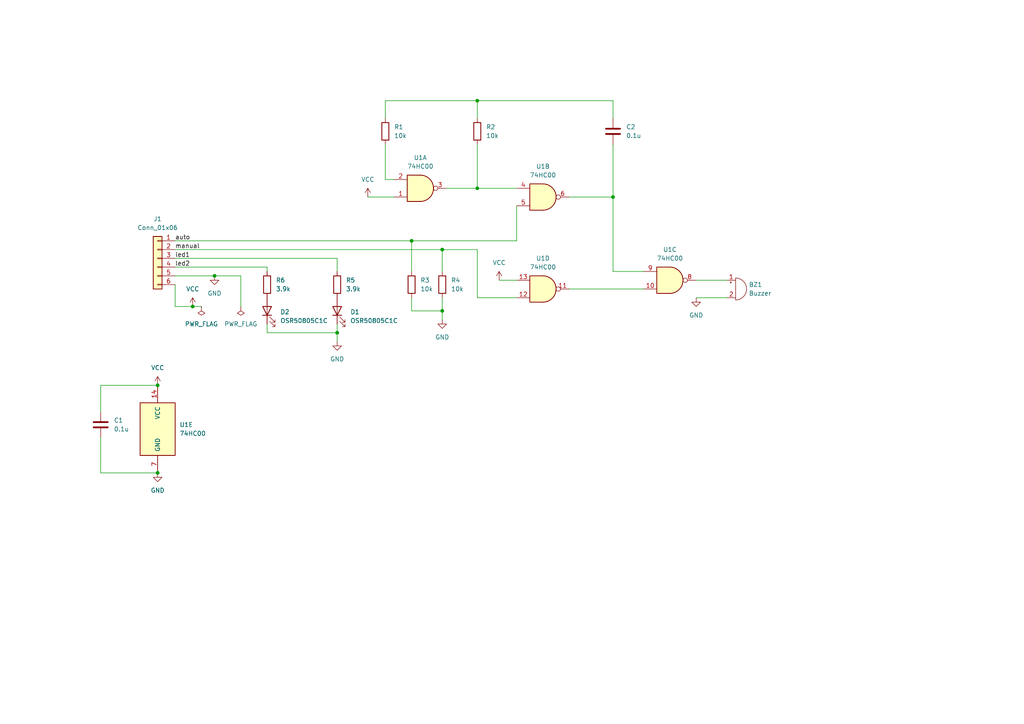
<source format=kicad_sch>
(kicad_sch (version 20211123) (generator eeschema)

  (uuid e63e39d7-6ac0-4ffd-8aa3-1841a4541b55)

  (paper "A4")

  (lib_symbols
    (symbol "74xx:74HC00" (pin_names (offset 1.016)) (in_bom yes) (on_board yes)
      (property "Reference" "U" (id 0) (at 0 1.27 0)
        (effects (font (size 1.27 1.27)))
      )
      (property "Value" "74HC00" (id 1) (at 0 -1.27 0)
        (effects (font (size 1.27 1.27)))
      )
      (property "Footprint" "" (id 2) (at 0 0 0)
        (effects (font (size 1.27 1.27)) hide)
      )
      (property "Datasheet" "http://www.ti.com/lit/gpn/sn74hc00" (id 3) (at 0 0 0)
        (effects (font (size 1.27 1.27)) hide)
      )
      (property "ki_locked" "" (id 4) (at 0 0 0)
        (effects (font (size 1.27 1.27)))
      )
      (property "ki_keywords" "HCMOS nand 2-input" (id 5) (at 0 0 0)
        (effects (font (size 1.27 1.27)) hide)
      )
      (property "ki_description" "quad 2-input NAND gate" (id 6) (at 0 0 0)
        (effects (font (size 1.27 1.27)) hide)
      )
      (property "ki_fp_filters" "DIP*W7.62mm* SO14*" (id 7) (at 0 0 0)
        (effects (font (size 1.27 1.27)) hide)
      )
      (symbol "74HC00_1_1"
        (arc (start 0 -3.81) (mid 3.81 0) (end 0 3.81)
          (stroke (width 0.254) (type default) (color 0 0 0 0))
          (fill (type background))
        )
        (polyline
          (pts
            (xy 0 3.81)
            (xy -3.81 3.81)
            (xy -3.81 -3.81)
            (xy 0 -3.81)
          )
          (stroke (width 0.254) (type default) (color 0 0 0 0))
          (fill (type background))
        )
        (pin input line (at -7.62 2.54 0) (length 3.81)
          (name "~" (effects (font (size 1.27 1.27))))
          (number "1" (effects (font (size 1.27 1.27))))
        )
        (pin input line (at -7.62 -2.54 0) (length 3.81)
          (name "~" (effects (font (size 1.27 1.27))))
          (number "2" (effects (font (size 1.27 1.27))))
        )
        (pin output inverted (at 7.62 0 180) (length 3.81)
          (name "~" (effects (font (size 1.27 1.27))))
          (number "3" (effects (font (size 1.27 1.27))))
        )
      )
      (symbol "74HC00_1_2"
        (arc (start -3.81 -3.81) (mid -2.589 0) (end -3.81 3.81)
          (stroke (width 0.254) (type default) (color 0 0 0 0))
          (fill (type none))
        )
        (arc (start -0.6096 -3.81) (mid 2.1855 -2.584) (end 3.81 0)
          (stroke (width 0.254) (type default) (color 0 0 0 0))
          (fill (type background))
        )
        (polyline
          (pts
            (xy -3.81 -3.81)
            (xy -0.635 -3.81)
          )
          (stroke (width 0.254) (type default) (color 0 0 0 0))
          (fill (type background))
        )
        (polyline
          (pts
            (xy -3.81 3.81)
            (xy -0.635 3.81)
          )
          (stroke (width 0.254) (type default) (color 0 0 0 0))
          (fill (type background))
        )
        (polyline
          (pts
            (xy -0.635 3.81)
            (xy -3.81 3.81)
            (xy -3.81 3.81)
            (xy -3.556 3.4036)
            (xy -3.0226 2.2606)
            (xy -2.6924 1.0414)
            (xy -2.6162 -0.254)
            (xy -2.7686 -1.4986)
            (xy -3.175 -2.7178)
            (xy -3.81 -3.81)
            (xy -3.81 -3.81)
            (xy -0.635 -3.81)
          )
          (stroke (width -25.4) (type default) (color 0 0 0 0))
          (fill (type background))
        )
        (arc (start 3.81 0) (mid 2.1928 2.5925) (end -0.6096 3.81)
          (stroke (width 0.254) (type default) (color 0 0 0 0))
          (fill (type background))
        )
        (pin input inverted (at -7.62 2.54 0) (length 4.318)
          (name "~" (effects (font (size 1.27 1.27))))
          (number "1" (effects (font (size 1.27 1.27))))
        )
        (pin input inverted (at -7.62 -2.54 0) (length 4.318)
          (name "~" (effects (font (size 1.27 1.27))))
          (number "2" (effects (font (size 1.27 1.27))))
        )
        (pin output line (at 7.62 0 180) (length 3.81)
          (name "~" (effects (font (size 1.27 1.27))))
          (number "3" (effects (font (size 1.27 1.27))))
        )
      )
      (symbol "74HC00_2_1"
        (arc (start 0 -3.81) (mid 3.81 0) (end 0 3.81)
          (stroke (width 0.254) (type default) (color 0 0 0 0))
          (fill (type background))
        )
        (polyline
          (pts
            (xy 0 3.81)
            (xy -3.81 3.81)
            (xy -3.81 -3.81)
            (xy 0 -3.81)
          )
          (stroke (width 0.254) (type default) (color 0 0 0 0))
          (fill (type background))
        )
        (pin input line (at -7.62 2.54 0) (length 3.81)
          (name "~" (effects (font (size 1.27 1.27))))
          (number "4" (effects (font (size 1.27 1.27))))
        )
        (pin input line (at -7.62 -2.54 0) (length 3.81)
          (name "~" (effects (font (size 1.27 1.27))))
          (number "5" (effects (font (size 1.27 1.27))))
        )
        (pin output inverted (at 7.62 0 180) (length 3.81)
          (name "~" (effects (font (size 1.27 1.27))))
          (number "6" (effects (font (size 1.27 1.27))))
        )
      )
      (symbol "74HC00_2_2"
        (arc (start -3.81 -3.81) (mid -2.589 0) (end -3.81 3.81)
          (stroke (width 0.254) (type default) (color 0 0 0 0))
          (fill (type none))
        )
        (arc (start -0.6096 -3.81) (mid 2.1855 -2.584) (end 3.81 0)
          (stroke (width 0.254) (type default) (color 0 0 0 0))
          (fill (type background))
        )
        (polyline
          (pts
            (xy -3.81 -3.81)
            (xy -0.635 -3.81)
          )
          (stroke (width 0.254) (type default) (color 0 0 0 0))
          (fill (type background))
        )
        (polyline
          (pts
            (xy -3.81 3.81)
            (xy -0.635 3.81)
          )
          (stroke (width 0.254) (type default) (color 0 0 0 0))
          (fill (type background))
        )
        (polyline
          (pts
            (xy -0.635 3.81)
            (xy -3.81 3.81)
            (xy -3.81 3.81)
            (xy -3.556 3.4036)
            (xy -3.0226 2.2606)
            (xy -2.6924 1.0414)
            (xy -2.6162 -0.254)
            (xy -2.7686 -1.4986)
            (xy -3.175 -2.7178)
            (xy -3.81 -3.81)
            (xy -3.81 -3.81)
            (xy -0.635 -3.81)
          )
          (stroke (width -25.4) (type default) (color 0 0 0 0))
          (fill (type background))
        )
        (arc (start 3.81 0) (mid 2.1928 2.5925) (end -0.6096 3.81)
          (stroke (width 0.254) (type default) (color 0 0 0 0))
          (fill (type background))
        )
        (pin input inverted (at -7.62 2.54 0) (length 4.318)
          (name "~" (effects (font (size 1.27 1.27))))
          (number "4" (effects (font (size 1.27 1.27))))
        )
        (pin input inverted (at -7.62 -2.54 0) (length 4.318)
          (name "~" (effects (font (size 1.27 1.27))))
          (number "5" (effects (font (size 1.27 1.27))))
        )
        (pin output line (at 7.62 0 180) (length 3.81)
          (name "~" (effects (font (size 1.27 1.27))))
          (number "6" (effects (font (size 1.27 1.27))))
        )
      )
      (symbol "74HC00_3_1"
        (arc (start 0 -3.81) (mid 3.81 0) (end 0 3.81)
          (stroke (width 0.254) (type default) (color 0 0 0 0))
          (fill (type background))
        )
        (polyline
          (pts
            (xy 0 3.81)
            (xy -3.81 3.81)
            (xy -3.81 -3.81)
            (xy 0 -3.81)
          )
          (stroke (width 0.254) (type default) (color 0 0 0 0))
          (fill (type background))
        )
        (pin input line (at -7.62 -2.54 0) (length 3.81)
          (name "~" (effects (font (size 1.27 1.27))))
          (number "10" (effects (font (size 1.27 1.27))))
        )
        (pin output inverted (at 7.62 0 180) (length 3.81)
          (name "~" (effects (font (size 1.27 1.27))))
          (number "8" (effects (font (size 1.27 1.27))))
        )
        (pin input line (at -7.62 2.54 0) (length 3.81)
          (name "~" (effects (font (size 1.27 1.27))))
          (number "9" (effects (font (size 1.27 1.27))))
        )
      )
      (symbol "74HC00_3_2"
        (arc (start -3.81 -3.81) (mid -2.589 0) (end -3.81 3.81)
          (stroke (width 0.254) (type default) (color 0 0 0 0))
          (fill (type none))
        )
        (arc (start -0.6096 -3.81) (mid 2.1855 -2.584) (end 3.81 0)
          (stroke (width 0.254) (type default) (color 0 0 0 0))
          (fill (type background))
        )
        (polyline
          (pts
            (xy -3.81 -3.81)
            (xy -0.635 -3.81)
          )
          (stroke (width 0.254) (type default) (color 0 0 0 0))
          (fill (type background))
        )
        (polyline
          (pts
            (xy -3.81 3.81)
            (xy -0.635 3.81)
          )
          (stroke (width 0.254) (type default) (color 0 0 0 0))
          (fill (type background))
        )
        (polyline
          (pts
            (xy -0.635 3.81)
            (xy -3.81 3.81)
            (xy -3.81 3.81)
            (xy -3.556 3.4036)
            (xy -3.0226 2.2606)
            (xy -2.6924 1.0414)
            (xy -2.6162 -0.254)
            (xy -2.7686 -1.4986)
            (xy -3.175 -2.7178)
            (xy -3.81 -3.81)
            (xy -3.81 -3.81)
            (xy -0.635 -3.81)
          )
          (stroke (width -25.4) (type default) (color 0 0 0 0))
          (fill (type background))
        )
        (arc (start 3.81 0) (mid 2.1928 2.5925) (end -0.6096 3.81)
          (stroke (width 0.254) (type default) (color 0 0 0 0))
          (fill (type background))
        )
        (pin input inverted (at -7.62 -2.54 0) (length 4.318)
          (name "~" (effects (font (size 1.27 1.27))))
          (number "10" (effects (font (size 1.27 1.27))))
        )
        (pin output line (at 7.62 0 180) (length 3.81)
          (name "~" (effects (font (size 1.27 1.27))))
          (number "8" (effects (font (size 1.27 1.27))))
        )
        (pin input inverted (at -7.62 2.54 0) (length 4.318)
          (name "~" (effects (font (size 1.27 1.27))))
          (number "9" (effects (font (size 1.27 1.27))))
        )
      )
      (symbol "74HC00_4_1"
        (arc (start 0 -3.81) (mid 3.81 0) (end 0 3.81)
          (stroke (width 0.254) (type default) (color 0 0 0 0))
          (fill (type background))
        )
        (polyline
          (pts
            (xy 0 3.81)
            (xy -3.81 3.81)
            (xy -3.81 -3.81)
            (xy 0 -3.81)
          )
          (stroke (width 0.254) (type default) (color 0 0 0 0))
          (fill (type background))
        )
        (pin output inverted (at 7.62 0 180) (length 3.81)
          (name "~" (effects (font (size 1.27 1.27))))
          (number "11" (effects (font (size 1.27 1.27))))
        )
        (pin input line (at -7.62 2.54 0) (length 3.81)
          (name "~" (effects (font (size 1.27 1.27))))
          (number "12" (effects (font (size 1.27 1.27))))
        )
        (pin input line (at -7.62 -2.54 0) (length 3.81)
          (name "~" (effects (font (size 1.27 1.27))))
          (number "13" (effects (font (size 1.27 1.27))))
        )
      )
      (symbol "74HC00_4_2"
        (arc (start -3.81 -3.81) (mid -2.589 0) (end -3.81 3.81)
          (stroke (width 0.254) (type default) (color 0 0 0 0))
          (fill (type none))
        )
        (arc (start -0.6096 -3.81) (mid 2.1855 -2.584) (end 3.81 0)
          (stroke (width 0.254) (type default) (color 0 0 0 0))
          (fill (type background))
        )
        (polyline
          (pts
            (xy -3.81 -3.81)
            (xy -0.635 -3.81)
          )
          (stroke (width 0.254) (type default) (color 0 0 0 0))
          (fill (type background))
        )
        (polyline
          (pts
            (xy -3.81 3.81)
            (xy -0.635 3.81)
          )
          (stroke (width 0.254) (type default) (color 0 0 0 0))
          (fill (type background))
        )
        (polyline
          (pts
            (xy -0.635 3.81)
            (xy -3.81 3.81)
            (xy -3.81 3.81)
            (xy -3.556 3.4036)
            (xy -3.0226 2.2606)
            (xy -2.6924 1.0414)
            (xy -2.6162 -0.254)
            (xy -2.7686 -1.4986)
            (xy -3.175 -2.7178)
            (xy -3.81 -3.81)
            (xy -3.81 -3.81)
            (xy -0.635 -3.81)
          )
          (stroke (width -25.4) (type default) (color 0 0 0 0))
          (fill (type background))
        )
        (arc (start 3.81 0) (mid 2.1928 2.5925) (end -0.6096 3.81)
          (stroke (width 0.254) (type default) (color 0 0 0 0))
          (fill (type background))
        )
        (pin output line (at 7.62 0 180) (length 3.81)
          (name "~" (effects (font (size 1.27 1.27))))
          (number "11" (effects (font (size 1.27 1.27))))
        )
        (pin input inverted (at -7.62 2.54 0) (length 4.318)
          (name "~" (effects (font (size 1.27 1.27))))
          (number "12" (effects (font (size 1.27 1.27))))
        )
        (pin input inverted (at -7.62 -2.54 0) (length 4.318)
          (name "~" (effects (font (size 1.27 1.27))))
          (number "13" (effects (font (size 1.27 1.27))))
        )
      )
      (symbol "74HC00_5_0"
        (pin power_in line (at 0 12.7 270) (length 5.08)
          (name "VCC" (effects (font (size 1.27 1.27))))
          (number "14" (effects (font (size 1.27 1.27))))
        )
        (pin power_in line (at 0 -12.7 90) (length 5.08)
          (name "GND" (effects (font (size 1.27 1.27))))
          (number "7" (effects (font (size 1.27 1.27))))
        )
      )
      (symbol "74HC00_5_1"
        (rectangle (start -5.08 7.62) (end 5.08 -7.62)
          (stroke (width 0.254) (type default) (color 0 0 0 0))
          (fill (type background))
        )
      )
    )
    (symbol "Connector_Generic:Conn_01x06" (pin_names (offset 1.016) hide) (in_bom yes) (on_board yes)
      (property "Reference" "J" (id 0) (at 0 7.62 0)
        (effects (font (size 1.27 1.27)))
      )
      (property "Value" "Conn_01x06" (id 1) (at 0 -10.16 0)
        (effects (font (size 1.27 1.27)))
      )
      (property "Footprint" "" (id 2) (at 0 0 0)
        (effects (font (size 1.27 1.27)) hide)
      )
      (property "Datasheet" "~" (id 3) (at 0 0 0)
        (effects (font (size 1.27 1.27)) hide)
      )
      (property "ki_keywords" "connector" (id 4) (at 0 0 0)
        (effects (font (size 1.27 1.27)) hide)
      )
      (property "ki_description" "Generic connector, single row, 01x06, script generated (kicad-library-utils/schlib/autogen/connector/)" (id 5) (at 0 0 0)
        (effects (font (size 1.27 1.27)) hide)
      )
      (property "ki_fp_filters" "Connector*:*_1x??_*" (id 6) (at 0 0 0)
        (effects (font (size 1.27 1.27)) hide)
      )
      (symbol "Conn_01x06_1_1"
        (rectangle (start -1.27 -7.493) (end 0 -7.747)
          (stroke (width 0.1524) (type default) (color 0 0 0 0))
          (fill (type none))
        )
        (rectangle (start -1.27 -4.953) (end 0 -5.207)
          (stroke (width 0.1524) (type default) (color 0 0 0 0))
          (fill (type none))
        )
        (rectangle (start -1.27 -2.413) (end 0 -2.667)
          (stroke (width 0.1524) (type default) (color 0 0 0 0))
          (fill (type none))
        )
        (rectangle (start -1.27 0.127) (end 0 -0.127)
          (stroke (width 0.1524) (type default) (color 0 0 0 0))
          (fill (type none))
        )
        (rectangle (start -1.27 2.667) (end 0 2.413)
          (stroke (width 0.1524) (type default) (color 0 0 0 0))
          (fill (type none))
        )
        (rectangle (start -1.27 5.207) (end 0 4.953)
          (stroke (width 0.1524) (type default) (color 0 0 0 0))
          (fill (type none))
        )
        (rectangle (start -1.27 6.35) (end 1.27 -8.89)
          (stroke (width 0.254) (type default) (color 0 0 0 0))
          (fill (type background))
        )
        (pin passive line (at -5.08 5.08 0) (length 3.81)
          (name "Pin_1" (effects (font (size 1.27 1.27))))
          (number "1" (effects (font (size 1.27 1.27))))
        )
        (pin passive line (at -5.08 2.54 0) (length 3.81)
          (name "Pin_2" (effects (font (size 1.27 1.27))))
          (number "2" (effects (font (size 1.27 1.27))))
        )
        (pin passive line (at -5.08 0 0) (length 3.81)
          (name "Pin_3" (effects (font (size 1.27 1.27))))
          (number "3" (effects (font (size 1.27 1.27))))
        )
        (pin passive line (at -5.08 -2.54 0) (length 3.81)
          (name "Pin_4" (effects (font (size 1.27 1.27))))
          (number "4" (effects (font (size 1.27 1.27))))
        )
        (pin passive line (at -5.08 -5.08 0) (length 3.81)
          (name "Pin_5" (effects (font (size 1.27 1.27))))
          (number "5" (effects (font (size 1.27 1.27))))
        )
        (pin passive line (at -5.08 -7.62 0) (length 3.81)
          (name "Pin_6" (effects (font (size 1.27 1.27))))
          (number "6" (effects (font (size 1.27 1.27))))
        )
      )
    )
    (symbol "Device:Buzzer" (pin_names (offset 0.0254) hide) (in_bom yes) (on_board yes)
      (property "Reference" "BZ" (id 0) (at 3.81 1.27 0)
        (effects (font (size 1.27 1.27)) (justify left))
      )
      (property "Value" "Buzzer" (id 1) (at 3.81 -1.27 0)
        (effects (font (size 1.27 1.27)) (justify left))
      )
      (property "Footprint" "" (id 2) (at -0.635 2.54 90)
        (effects (font (size 1.27 1.27)) hide)
      )
      (property "Datasheet" "~" (id 3) (at -0.635 2.54 90)
        (effects (font (size 1.27 1.27)) hide)
      )
      (property "ki_keywords" "quartz resonator ceramic" (id 4) (at 0 0 0)
        (effects (font (size 1.27 1.27)) hide)
      )
      (property "ki_description" "Buzzer, polarized" (id 5) (at 0 0 0)
        (effects (font (size 1.27 1.27)) hide)
      )
      (property "ki_fp_filters" "*Buzzer*" (id 6) (at 0 0 0)
        (effects (font (size 1.27 1.27)) hide)
      )
      (symbol "Buzzer_0_1"
        (arc (start 0 -3.175) (mid 3.175 0) (end 0 3.175)
          (stroke (width 0) (type default) (color 0 0 0 0))
          (fill (type none))
        )
        (polyline
          (pts
            (xy -1.651 1.905)
            (xy -1.143 1.905)
          )
          (stroke (width 0) (type default) (color 0 0 0 0))
          (fill (type none))
        )
        (polyline
          (pts
            (xy -1.397 2.159)
            (xy -1.397 1.651)
          )
          (stroke (width 0) (type default) (color 0 0 0 0))
          (fill (type none))
        )
        (polyline
          (pts
            (xy 0 3.175)
            (xy 0 -3.175)
          )
          (stroke (width 0) (type default) (color 0 0 0 0))
          (fill (type none))
        )
      )
      (symbol "Buzzer_1_1"
        (pin passive line (at -2.54 2.54 0) (length 2.54)
          (name "-" (effects (font (size 1.27 1.27))))
          (number "1" (effects (font (size 1.27 1.27))))
        )
        (pin passive line (at -2.54 -2.54 0) (length 2.54)
          (name "+" (effects (font (size 1.27 1.27))))
          (number "2" (effects (font (size 1.27 1.27))))
        )
      )
    )
    (symbol "Device:C" (pin_numbers hide) (pin_names (offset 0.254)) (in_bom yes) (on_board yes)
      (property "Reference" "C" (id 0) (at 0.635 2.54 0)
        (effects (font (size 1.27 1.27)) (justify left))
      )
      (property "Value" "C" (id 1) (at 0.635 -2.54 0)
        (effects (font (size 1.27 1.27)) (justify left))
      )
      (property "Footprint" "" (id 2) (at 0.9652 -3.81 0)
        (effects (font (size 1.27 1.27)) hide)
      )
      (property "Datasheet" "~" (id 3) (at 0 0 0)
        (effects (font (size 1.27 1.27)) hide)
      )
      (property "ki_keywords" "cap capacitor" (id 4) (at 0 0 0)
        (effects (font (size 1.27 1.27)) hide)
      )
      (property "ki_description" "Unpolarized capacitor" (id 5) (at 0 0 0)
        (effects (font (size 1.27 1.27)) hide)
      )
      (property "ki_fp_filters" "C_*" (id 6) (at 0 0 0)
        (effects (font (size 1.27 1.27)) hide)
      )
      (symbol "C_0_1"
        (polyline
          (pts
            (xy -2.032 -0.762)
            (xy 2.032 -0.762)
          )
          (stroke (width 0.508) (type default) (color 0 0 0 0))
          (fill (type none))
        )
        (polyline
          (pts
            (xy -2.032 0.762)
            (xy 2.032 0.762)
          )
          (stroke (width 0.508) (type default) (color 0 0 0 0))
          (fill (type none))
        )
      )
      (symbol "C_1_1"
        (pin passive line (at 0 3.81 270) (length 2.794)
          (name "~" (effects (font (size 1.27 1.27))))
          (number "1" (effects (font (size 1.27 1.27))))
        )
        (pin passive line (at 0 -3.81 90) (length 2.794)
          (name "~" (effects (font (size 1.27 1.27))))
          (number "2" (effects (font (size 1.27 1.27))))
        )
      )
    )
    (symbol "Device:LED" (pin_numbers hide) (pin_names (offset 1.016) hide) (in_bom yes) (on_board yes)
      (property "Reference" "D" (id 0) (at 0 2.54 0)
        (effects (font (size 1.27 1.27)))
      )
      (property "Value" "LED" (id 1) (at 0 -2.54 0)
        (effects (font (size 1.27 1.27)))
      )
      (property "Footprint" "" (id 2) (at 0 0 0)
        (effects (font (size 1.27 1.27)) hide)
      )
      (property "Datasheet" "~" (id 3) (at 0 0 0)
        (effects (font (size 1.27 1.27)) hide)
      )
      (property "ki_keywords" "LED diode" (id 4) (at 0 0 0)
        (effects (font (size 1.27 1.27)) hide)
      )
      (property "ki_description" "Light emitting diode" (id 5) (at 0 0 0)
        (effects (font (size 1.27 1.27)) hide)
      )
      (property "ki_fp_filters" "LED* LED_SMD:* LED_THT:*" (id 6) (at 0 0 0)
        (effects (font (size 1.27 1.27)) hide)
      )
      (symbol "LED_0_1"
        (polyline
          (pts
            (xy -1.27 -1.27)
            (xy -1.27 1.27)
          )
          (stroke (width 0.254) (type default) (color 0 0 0 0))
          (fill (type none))
        )
        (polyline
          (pts
            (xy -1.27 0)
            (xy 1.27 0)
          )
          (stroke (width 0) (type default) (color 0 0 0 0))
          (fill (type none))
        )
        (polyline
          (pts
            (xy 1.27 -1.27)
            (xy 1.27 1.27)
            (xy -1.27 0)
            (xy 1.27 -1.27)
          )
          (stroke (width 0.254) (type default) (color 0 0 0 0))
          (fill (type none))
        )
        (polyline
          (pts
            (xy -3.048 -0.762)
            (xy -4.572 -2.286)
            (xy -3.81 -2.286)
            (xy -4.572 -2.286)
            (xy -4.572 -1.524)
          )
          (stroke (width 0) (type default) (color 0 0 0 0))
          (fill (type none))
        )
        (polyline
          (pts
            (xy -1.778 -0.762)
            (xy -3.302 -2.286)
            (xy -2.54 -2.286)
            (xy -3.302 -2.286)
            (xy -3.302 -1.524)
          )
          (stroke (width 0) (type default) (color 0 0 0 0))
          (fill (type none))
        )
      )
      (symbol "LED_1_1"
        (pin passive line (at -3.81 0 0) (length 2.54)
          (name "K" (effects (font (size 1.27 1.27))))
          (number "1" (effects (font (size 1.27 1.27))))
        )
        (pin passive line (at 3.81 0 180) (length 2.54)
          (name "A" (effects (font (size 1.27 1.27))))
          (number "2" (effects (font (size 1.27 1.27))))
        )
      )
    )
    (symbol "Device:R" (pin_numbers hide) (pin_names (offset 0)) (in_bom yes) (on_board yes)
      (property "Reference" "R" (id 0) (at 2.032 0 90)
        (effects (font (size 1.27 1.27)))
      )
      (property "Value" "R" (id 1) (at 0 0 90)
        (effects (font (size 1.27 1.27)))
      )
      (property "Footprint" "" (id 2) (at -1.778 0 90)
        (effects (font (size 1.27 1.27)) hide)
      )
      (property "Datasheet" "~" (id 3) (at 0 0 0)
        (effects (font (size 1.27 1.27)) hide)
      )
      (property "ki_keywords" "R res resistor" (id 4) (at 0 0 0)
        (effects (font (size 1.27 1.27)) hide)
      )
      (property "ki_description" "Resistor" (id 5) (at 0 0 0)
        (effects (font (size 1.27 1.27)) hide)
      )
      (property "ki_fp_filters" "R_*" (id 6) (at 0 0 0)
        (effects (font (size 1.27 1.27)) hide)
      )
      (symbol "R_0_1"
        (rectangle (start -1.016 -2.54) (end 1.016 2.54)
          (stroke (width 0.254) (type default) (color 0 0 0 0))
          (fill (type none))
        )
      )
      (symbol "R_1_1"
        (pin passive line (at 0 3.81 270) (length 1.27)
          (name "~" (effects (font (size 1.27 1.27))))
          (number "1" (effects (font (size 1.27 1.27))))
        )
        (pin passive line (at 0 -3.81 90) (length 1.27)
          (name "~" (effects (font (size 1.27 1.27))))
          (number "2" (effects (font (size 1.27 1.27))))
        )
      )
    )
    (symbol "power:GND" (power) (pin_names (offset 0)) (in_bom yes) (on_board yes)
      (property "Reference" "#PWR" (id 0) (at 0 -6.35 0)
        (effects (font (size 1.27 1.27)) hide)
      )
      (property "Value" "GND" (id 1) (at 0 -3.81 0)
        (effects (font (size 1.27 1.27)))
      )
      (property "Footprint" "" (id 2) (at 0 0 0)
        (effects (font (size 1.27 1.27)) hide)
      )
      (property "Datasheet" "" (id 3) (at 0 0 0)
        (effects (font (size 1.27 1.27)) hide)
      )
      (property "ki_keywords" "power-flag" (id 4) (at 0 0 0)
        (effects (font (size 1.27 1.27)) hide)
      )
      (property "ki_description" "Power symbol creates a global label with name \"GND\" , ground" (id 5) (at 0 0 0)
        (effects (font (size 1.27 1.27)) hide)
      )
      (symbol "GND_0_1"
        (polyline
          (pts
            (xy 0 0)
            (xy 0 -1.27)
            (xy 1.27 -1.27)
            (xy 0 -2.54)
            (xy -1.27 -1.27)
            (xy 0 -1.27)
          )
          (stroke (width 0) (type default) (color 0 0 0 0))
          (fill (type none))
        )
      )
      (symbol "GND_1_1"
        (pin power_in line (at 0 0 270) (length 0) hide
          (name "GND" (effects (font (size 1.27 1.27))))
          (number "1" (effects (font (size 1.27 1.27))))
        )
      )
    )
    (symbol "power:PWR_FLAG" (power) (pin_numbers hide) (pin_names (offset 0) hide) (in_bom yes) (on_board yes)
      (property "Reference" "#FLG" (id 0) (at 0 1.905 0)
        (effects (font (size 1.27 1.27)) hide)
      )
      (property "Value" "PWR_FLAG" (id 1) (at 0 3.81 0)
        (effects (font (size 1.27 1.27)))
      )
      (property "Footprint" "" (id 2) (at 0 0 0)
        (effects (font (size 1.27 1.27)) hide)
      )
      (property "Datasheet" "~" (id 3) (at 0 0 0)
        (effects (font (size 1.27 1.27)) hide)
      )
      (property "ki_keywords" "power-flag" (id 4) (at 0 0 0)
        (effects (font (size 1.27 1.27)) hide)
      )
      (property "ki_description" "Special symbol for telling ERC where power comes from" (id 5) (at 0 0 0)
        (effects (font (size 1.27 1.27)) hide)
      )
      (symbol "PWR_FLAG_0_0"
        (pin power_out line (at 0 0 90) (length 0)
          (name "pwr" (effects (font (size 1.27 1.27))))
          (number "1" (effects (font (size 1.27 1.27))))
        )
      )
      (symbol "PWR_FLAG_0_1"
        (polyline
          (pts
            (xy 0 0)
            (xy 0 1.27)
            (xy -1.016 1.905)
            (xy 0 2.54)
            (xy 1.016 1.905)
            (xy 0 1.27)
          )
          (stroke (width 0) (type default) (color 0 0 0 0))
          (fill (type none))
        )
      )
    )
    (symbol "power:VCC" (power) (pin_names (offset 0)) (in_bom yes) (on_board yes)
      (property "Reference" "#PWR" (id 0) (at 0 -3.81 0)
        (effects (font (size 1.27 1.27)) hide)
      )
      (property "Value" "VCC" (id 1) (at 0 3.81 0)
        (effects (font (size 1.27 1.27)))
      )
      (property "Footprint" "" (id 2) (at 0 0 0)
        (effects (font (size 1.27 1.27)) hide)
      )
      (property "Datasheet" "" (id 3) (at 0 0 0)
        (effects (font (size 1.27 1.27)) hide)
      )
      (property "ki_keywords" "power-flag" (id 4) (at 0 0 0)
        (effects (font (size 1.27 1.27)) hide)
      )
      (property "ki_description" "Power symbol creates a global label with name \"VCC\"" (id 5) (at 0 0 0)
        (effects (font (size 1.27 1.27)) hide)
      )
      (symbol "VCC_0_1"
        (polyline
          (pts
            (xy -0.762 1.27)
            (xy 0 2.54)
          )
          (stroke (width 0) (type default) (color 0 0 0 0))
          (fill (type none))
        )
        (polyline
          (pts
            (xy 0 0)
            (xy 0 2.54)
          )
          (stroke (width 0) (type default) (color 0 0 0 0))
          (fill (type none))
        )
        (polyline
          (pts
            (xy 0 2.54)
            (xy 0.762 1.27)
          )
          (stroke (width 0) (type default) (color 0 0 0 0))
          (fill (type none))
        )
      )
      (symbol "VCC_1_1"
        (pin power_in line (at 0 0 90) (length 0) hide
          (name "VCC" (effects (font (size 1.27 1.27))))
          (number "1" (effects (font (size 1.27 1.27))))
        )
      )
    )
  )

  (junction (at 45.72 111.76) (diameter 0) (color 0 0 0 0)
    (uuid 0543a092-94d5-4c57-ad50-3b1ead9f026d)
  )
  (junction (at 62.23 80.01) (diameter 0) (color 0 0 0 0)
    (uuid 0c0d9cdd-bad3-4223-bc8d-287c4860701f)
  )
  (junction (at 138.43 54.61) (diameter 0) (color 0 0 0 0)
    (uuid 2c3bdee3-131c-4ab9-b0f8-006d1db84015)
  )
  (junction (at 138.43 29.21) (diameter 0) (color 0 0 0 0)
    (uuid 2fb54651-e5df-4ffd-bbfd-3329a8c51bec)
  )
  (junction (at 55.88 88.9) (diameter 0) (color 0 0 0 0)
    (uuid 3f903c4d-5deb-4766-a70d-fca87692c76b)
  )
  (junction (at 177.8 57.15) (diameter 0) (color 0 0 0 0)
    (uuid 9a1a2046-7857-43b3-805a-38aa42ddaa86)
  )
  (junction (at 119.38 69.85) (diameter 0) (color 0 0 0 0)
    (uuid a797df6b-da07-482e-92c5-64657eedd921)
  )
  (junction (at 128.27 90.17) (diameter 0) (color 0 0 0 0)
    (uuid af523c43-509d-482a-867a-108f216f919a)
  )
  (junction (at 45.72 137.16) (diameter 0) (color 0 0 0 0)
    (uuid c6cd3ce4-573c-4bd4-9ed2-8437a3f70ef1)
  )
  (junction (at 97.79 96.52) (diameter 0) (color 0 0 0 0)
    (uuid d3f194e7-b12a-4b58-8c8d-71ab6a184545)
  )
  (junction (at 128.27 72.39) (diameter 0) (color 0 0 0 0)
    (uuid f94c5fce-1d9e-4753-9ac6-ab19b89526a9)
  )

  (wire (pts (xy 77.47 93.98) (xy 77.47 96.52))
    (stroke (width 0) (type default) (color 0 0 0 0))
    (uuid 00345c8e-1bf2-4fa2-ab66-bb244c7ca564)
  )
  (wire (pts (xy 29.21 127) (xy 29.21 137.16))
    (stroke (width 0) (type default) (color 0 0 0 0))
    (uuid 0ada0838-2ca5-4044-ac89-860e060787ba)
  )
  (wire (pts (xy 62.23 80.01) (xy 69.85 80.01))
    (stroke (width 0) (type default) (color 0 0 0 0))
    (uuid 0d9f84d1-16f8-4009-90f2-5d4ad6c8401e)
  )
  (wire (pts (xy 106.68 57.15) (xy 114.3 57.15))
    (stroke (width 0) (type default) (color 0 0 0 0))
    (uuid 0dccfc25-377d-4243-b07c-b0069b2b26c1)
  )
  (wire (pts (xy 55.88 88.9) (xy 58.42 88.9))
    (stroke (width 0) (type default) (color 0 0 0 0))
    (uuid 174c0103-2ae5-4b43-aaf4-b6d35d41f6cb)
  )
  (wire (pts (xy 50.8 72.39) (xy 128.27 72.39))
    (stroke (width 0) (type default) (color 0 0 0 0))
    (uuid 17843e8f-c02f-4792-b2c4-f61637f8e598)
  )
  (wire (pts (xy 177.8 78.74) (xy 186.69 78.74))
    (stroke (width 0) (type default) (color 0 0 0 0))
    (uuid 1a52a89c-8682-4b86-96c8-37e2c23085b0)
  )
  (wire (pts (xy 111.76 29.21) (xy 138.43 29.21))
    (stroke (width 0) (type default) (color 0 0 0 0))
    (uuid 1f5beb24-3b2e-478d-868e-22a9166bce3e)
  )
  (wire (pts (xy 165.1 83.82) (xy 186.69 83.82))
    (stroke (width 0) (type default) (color 0 0 0 0))
    (uuid 2249d8be-d947-462b-ae35-a1d0232aef5b)
  )
  (wire (pts (xy 119.38 69.85) (xy 119.38 78.74))
    (stroke (width 0) (type default) (color 0 0 0 0))
    (uuid 224b990f-fd77-41ae-a3cf-87a7de63eb0d)
  )
  (wire (pts (xy 50.8 74.93) (xy 97.79 74.93))
    (stroke (width 0) (type default) (color 0 0 0 0))
    (uuid 23185940-8d3f-4079-85a5-a7e34545c4ce)
  )
  (wire (pts (xy 114.3 52.07) (xy 111.76 52.07))
    (stroke (width 0) (type default) (color 0 0 0 0))
    (uuid 23ba4a6c-f61a-46f3-ac75-8bb5e52597b6)
  )
  (wire (pts (xy 50.8 88.9) (xy 55.88 88.9))
    (stroke (width 0) (type default) (color 0 0 0 0))
    (uuid 2ae71ce8-c768-4bc7-850c-bd0af025c583)
  )
  (wire (pts (xy 201.93 81.28) (xy 210.82 81.28))
    (stroke (width 0) (type default) (color 0 0 0 0))
    (uuid 2bdf0d10-74aa-4e61-82e9-546f713cd415)
  )
  (wire (pts (xy 97.79 96.52) (xy 97.79 99.06))
    (stroke (width 0) (type default) (color 0 0 0 0))
    (uuid 2f0f9b5e-8bba-4492-8899-5bd228117b31)
  )
  (wire (pts (xy 119.38 86.36) (xy 119.38 90.17))
    (stroke (width 0) (type default) (color 0 0 0 0))
    (uuid 30cd9c82-7ade-467e-870c-930f2e6dc805)
  )
  (wire (pts (xy 69.85 80.01) (xy 69.85 88.9))
    (stroke (width 0) (type default) (color 0 0 0 0))
    (uuid 3523257f-57e7-4232-a802-c53fd34e2bae)
  )
  (wire (pts (xy 201.93 86.36) (xy 210.82 86.36))
    (stroke (width 0) (type default) (color 0 0 0 0))
    (uuid 39af4ec2-1853-4408-99b8-e325b7f05d81)
  )
  (wire (pts (xy 128.27 86.36) (xy 128.27 90.17))
    (stroke (width 0) (type default) (color 0 0 0 0))
    (uuid 3a15b05f-a485-4232-bc74-722473e5e75a)
  )
  (wire (pts (xy 177.8 57.15) (xy 177.8 78.74))
    (stroke (width 0) (type default) (color 0 0 0 0))
    (uuid 3b7f0654-6e72-42da-835b-cdd9d7384bf4)
  )
  (wire (pts (xy 165.1 57.15) (xy 177.8 57.15))
    (stroke (width 0) (type default) (color 0 0 0 0))
    (uuid 42eaa9c5-0fee-4a98-add2-e062176deef9)
  )
  (wire (pts (xy 138.43 54.61) (xy 149.86 54.61))
    (stroke (width 0) (type default) (color 0 0 0 0))
    (uuid 5617c1e9-a065-416b-bb66-eca08e9f071b)
  )
  (wire (pts (xy 45.72 111.76) (xy 29.21 111.76))
    (stroke (width 0) (type default) (color 0 0 0 0))
    (uuid 58d0b8c5-b942-4515-9855-f901e0354a48)
  )
  (wire (pts (xy 111.76 29.21) (xy 111.76 34.29))
    (stroke (width 0) (type default) (color 0 0 0 0))
    (uuid 598f9c04-a2c7-45cb-a1dc-7583607665ff)
  )
  (wire (pts (xy 50.8 80.01) (xy 62.23 80.01))
    (stroke (width 0) (type default) (color 0 0 0 0))
    (uuid 5e0a9418-59d8-481b-bed5-9d5b17b4e4f2)
  )
  (wire (pts (xy 97.79 93.98) (xy 97.79 96.52))
    (stroke (width 0) (type default) (color 0 0 0 0))
    (uuid 64d234e6-9557-4892-b506-831607f8df49)
  )
  (wire (pts (xy 138.43 29.21) (xy 138.43 34.29))
    (stroke (width 0) (type default) (color 0 0 0 0))
    (uuid 680efd95-5e89-4585-8556-b7b485a85eb9)
  )
  (wire (pts (xy 128.27 72.39) (xy 138.43 72.39))
    (stroke (width 0) (type default) (color 0 0 0 0))
    (uuid 686636c6-e19c-4ad9-9861-8768e40f6c72)
  )
  (wire (pts (xy 119.38 90.17) (xy 128.27 90.17))
    (stroke (width 0) (type default) (color 0 0 0 0))
    (uuid 80ffd389-819c-4909-bdfd-368e74418af9)
  )
  (wire (pts (xy 138.43 41.91) (xy 138.43 54.61))
    (stroke (width 0) (type default) (color 0 0 0 0))
    (uuid 81c1edbd-d673-47e3-96a5-c7bd6de84919)
  )
  (wire (pts (xy 128.27 90.17) (xy 128.27 92.71))
    (stroke (width 0) (type default) (color 0 0 0 0))
    (uuid 85f2da59-dd5e-4824-a5b5-e68beb13291d)
  )
  (wire (pts (xy 129.54 54.61) (xy 138.43 54.61))
    (stroke (width 0) (type default) (color 0 0 0 0))
    (uuid 8f1094ac-8439-4f2a-b1db-d1b404a9ad3d)
  )
  (wire (pts (xy 149.86 69.85) (xy 149.86 59.69))
    (stroke (width 0) (type default) (color 0 0 0 0))
    (uuid 92b4afb9-8b98-4c28-933d-da5a2799c5c9)
  )
  (wire (pts (xy 50.8 82.55) (xy 50.8 88.9))
    (stroke (width 0) (type default) (color 0 0 0 0))
    (uuid 974dc5f0-3500-4950-b40e-1dcd627496a2)
  )
  (wire (pts (xy 128.27 72.39) (xy 128.27 78.74))
    (stroke (width 0) (type default) (color 0 0 0 0))
    (uuid 9c812173-1e0a-4bb6-9d75-7e1d2f57ad00)
  )
  (wire (pts (xy 50.8 69.85) (xy 119.38 69.85))
    (stroke (width 0) (type default) (color 0 0 0 0))
    (uuid a9fb15ee-d8b1-42ce-8da2-6c6577e61ec9)
  )
  (wire (pts (xy 29.21 111.76) (xy 29.21 119.38))
    (stroke (width 0) (type default) (color 0 0 0 0))
    (uuid acb2acbb-a6de-449d-8d40-276c0f1ab4d8)
  )
  (wire (pts (xy 77.47 77.47) (xy 50.8 77.47))
    (stroke (width 0) (type default) (color 0 0 0 0))
    (uuid b65f4776-177b-41fd-9262-7772a89f7649)
  )
  (wire (pts (xy 138.43 29.21) (xy 177.8 29.21))
    (stroke (width 0) (type default) (color 0 0 0 0))
    (uuid b75516d0-dd37-4180-8644-e257accedd0d)
  )
  (wire (pts (xy 144.78 81.28) (xy 149.86 81.28))
    (stroke (width 0) (type default) (color 0 0 0 0))
    (uuid b7a3823e-7340-417b-9709-17c45c0b343a)
  )
  (wire (pts (xy 77.47 96.52) (xy 97.79 96.52))
    (stroke (width 0) (type default) (color 0 0 0 0))
    (uuid beb318f5-1998-42dd-b99d-198efc3a9853)
  )
  (wire (pts (xy 177.8 41.91) (xy 177.8 57.15))
    (stroke (width 0) (type default) (color 0 0 0 0))
    (uuid c030468a-d468-416f-9a15-2fe570be486d)
  )
  (wire (pts (xy 77.47 78.74) (xy 77.47 77.47))
    (stroke (width 0) (type default) (color 0 0 0 0))
    (uuid ca13821c-4cd3-4f9a-99c1-0ab8bf2e9b5a)
  )
  (wire (pts (xy 119.38 69.85) (xy 149.86 69.85))
    (stroke (width 0) (type default) (color 0 0 0 0))
    (uuid da6019d7-3e6c-4a61-ae02-2b5da2b0c45f)
  )
  (wire (pts (xy 97.79 74.93) (xy 97.79 78.74))
    (stroke (width 0) (type default) (color 0 0 0 0))
    (uuid dcf04b3e-080f-4097-a964-6359e7a9d686)
  )
  (wire (pts (xy 138.43 72.39) (xy 138.43 86.36))
    (stroke (width 0) (type default) (color 0 0 0 0))
    (uuid de60e78d-b49c-4401-8a50-f68174472cb1)
  )
  (wire (pts (xy 29.21 137.16) (xy 45.72 137.16))
    (stroke (width 0) (type default) (color 0 0 0 0))
    (uuid ec477b90-f4cd-40d5-a8dc-9c283583c4f5)
  )
  (wire (pts (xy 138.43 86.36) (xy 149.86 86.36))
    (stroke (width 0) (type default) (color 0 0 0 0))
    (uuid f1653102-91a6-4e4b-9adb-0abe2f5eddd2)
  )
  (wire (pts (xy 111.76 52.07) (xy 111.76 41.91))
    (stroke (width 0) (type default) (color 0 0 0 0))
    (uuid f8d28331-eeae-4d87-867f-0a521759c2f1)
  )
  (wire (pts (xy 177.8 34.29) (xy 177.8 29.21))
    (stroke (width 0) (type default) (color 0 0 0 0))
    (uuid fbb6b872-3d3d-4726-84ce-fd13c7100781)
  )

  (label "auto" (at 50.8 69.85 0)
    (effects (font (size 1.27 1.27)) (justify left bottom))
    (uuid 1c77648d-f0c8-4e31-b256-ba93fcf62684)
  )
  (label "led1" (at 50.8 74.93 0)
    (effects (font (size 1.27 1.27)) (justify left bottom))
    (uuid 52601632-82d4-49f4-8d3e-30a884e6b927)
  )
  (label "led2" (at 50.8 77.47 0)
    (effects (font (size 1.27 1.27)) (justify left bottom))
    (uuid 86449dfe-caf0-48fb-8f91-9ce078c29c73)
  )
  (label "manual" (at 50.8 72.39 0)
    (effects (font (size 1.27 1.27)) (justify left bottom))
    (uuid 9d450d00-a95e-4ae8-9cdc-d70ad7fd6ed2)
  )

  (symbol (lib_id "74xx:74HC00") (at 45.72 124.46 0) (unit 5)
    (in_bom yes) (on_board yes) (fields_autoplaced)
    (uuid 054098ff-400b-4457-b57b-06529669971f)
    (property "Reference" "U1" (id 0) (at 52.07 123.1899 0)
      (effects (font (size 1.27 1.27)) (justify left))
    )
    (property "Value" "74HC00" (id 1) (at 52.07 125.7299 0)
      (effects (font (size 1.27 1.27)) (justify left))
    )
    (property "Footprint" "Package_SO:SO-14_5.3x10.2mm_P1.27mm" (id 2) (at 45.72 124.46 0)
      (effects (font (size 1.27 1.27)) hide)
    )
    (property "Datasheet" "http://www.ti.com/lit/gpn/sn74hc00" (id 3) (at 45.72 124.46 0)
      (effects (font (size 1.27 1.27)) hide)
    )
    (pin "14" (uuid 59885fbd-9866-47f4-888d-9cf27bcffe04))
    (pin "7" (uuid 1826b2cb-18b7-45db-a41b-bf429957bf54))
  )

  (symbol (lib_id "power:PWR_FLAG") (at 58.42 88.9 180) (unit 1)
    (in_bom yes) (on_board yes) (fields_autoplaced)
    (uuid 09ecb59d-405f-4b9b-85aa-0cb37b747d79)
    (property "Reference" "#FLG0101" (id 0) (at 58.42 90.805 0)
      (effects (font (size 1.27 1.27)) hide)
    )
    (property "Value" "PWR_FLAG" (id 1) (at 58.42 93.98 0))
    (property "Footprint" "" (id 2) (at 58.42 88.9 0)
      (effects (font (size 1.27 1.27)) hide)
    )
    (property "Datasheet" "~" (id 3) (at 58.42 88.9 0)
      (effects (font (size 1.27 1.27)) hide)
    )
    (pin "1" (uuid b0eabd34-802b-44cc-86ce-84bf6423da0c))
  )

  (symbol (lib_id "power:VCC") (at 55.88 88.9 0) (unit 1)
    (in_bom yes) (on_board yes) (fields_autoplaced)
    (uuid 1b95101a-987a-4427-b452-a806e51e2a07)
    (property "Reference" "#PWR0107" (id 0) (at 55.88 92.71 0)
      (effects (font (size 1.27 1.27)) hide)
    )
    (property "Value" "VCC" (id 1) (at 55.88 83.82 0))
    (property "Footprint" "" (id 2) (at 55.88 88.9 0)
      (effects (font (size 1.27 1.27)) hide)
    )
    (property "Datasheet" "" (id 3) (at 55.88 88.9 0)
      (effects (font (size 1.27 1.27)) hide)
    )
    (pin "1" (uuid 351e38e5-8979-45d6-ae75-ffba44bdf20e))
  )

  (symbol (lib_id "Device:R") (at 119.38 82.55 0) (unit 1)
    (in_bom yes) (on_board yes) (fields_autoplaced)
    (uuid 2f965ec6-eebf-4f70-bea4-b474e7279464)
    (property "Reference" "R3" (id 0) (at 121.92 81.2799 0)
      (effects (font (size 1.27 1.27)) (justify left))
    )
    (property "Value" "10k" (id 1) (at 121.92 83.8199 0)
      (effects (font (size 1.27 1.27)) (justify left))
    )
    (property "Footprint" "Resistor_SMD:R_0805_2012Metric_Pad1.20x1.40mm_HandSolder" (id 2) (at 117.602 82.55 90)
      (effects (font (size 1.27 1.27)) hide)
    )
    (property "Datasheet" "~" (id 3) (at 119.38 82.55 0)
      (effects (font (size 1.27 1.27)) hide)
    )
    (pin "1" (uuid a8c3a6c2-c4e9-43cf-b7d7-9d52f866a59b))
    (pin "2" (uuid 0655ddce-c9d5-485f-af2d-3a3b7a9f3c36))
  )

  (symbol (lib_id "power:GND") (at 62.23 80.01 0) (unit 1)
    (in_bom yes) (on_board yes) (fields_autoplaced)
    (uuid 3d239651-e8a4-42ae-a3e4-85fac5377cdd)
    (property "Reference" "#PWR0106" (id 0) (at 62.23 86.36 0)
      (effects (font (size 1.27 1.27)) hide)
    )
    (property "Value" "GND" (id 1) (at 62.23 85.09 0))
    (property "Footprint" "" (id 2) (at 62.23 80.01 0)
      (effects (font (size 1.27 1.27)) hide)
    )
    (property "Datasheet" "" (id 3) (at 62.23 80.01 0)
      (effects (font (size 1.27 1.27)) hide)
    )
    (pin "1" (uuid 5b63cc64-810d-4f99-a76a-a479ca0ef650))
  )

  (symbol (lib_id "Device:Buzzer") (at 213.36 83.82 0) (unit 1)
    (in_bom yes) (on_board yes) (fields_autoplaced)
    (uuid 3f02cb7e-2fd4-40dd-81fd-b0bcca195c72)
    (property "Reference" "BZ1" (id 0) (at 217.17 82.5499 0)
      (effects (font (size 1.27 1.27)) (justify left))
    )
    (property "Value" "Buzzer" (id 1) (at 217.17 85.0899 0)
      (effects (font (size 1.27 1.27)) (justify left))
    )
    (property "Footprint" "Buzzer_Beeper:Buzzer_TDK_PS1240P02BT_D12.2mm_H6.5mm" (id 2) (at 212.725 81.28 90)
      (effects (font (size 1.27 1.27)) hide)
    )
    (property "Datasheet" "~" (id 3) (at 212.725 81.28 90)
      (effects (font (size 1.27 1.27)) hide)
    )
    (pin "1" (uuid 4ba3ca72-da87-4ffd-863f-4f23bad3ae74))
    (pin "2" (uuid eb53381a-6142-40bc-bbd2-582e24f01124))
  )

  (symbol (lib_id "power:GND") (at 45.72 137.16 0) (unit 1)
    (in_bom yes) (on_board yes) (fields_autoplaced)
    (uuid 49b11d0c-c2d3-4265-b7a5-506a0b490e6e)
    (property "Reference" "#PWR0109" (id 0) (at 45.72 143.51 0)
      (effects (font (size 1.27 1.27)) hide)
    )
    (property "Value" "GND" (id 1) (at 45.72 142.24 0))
    (property "Footprint" "" (id 2) (at 45.72 137.16 0)
      (effects (font (size 1.27 1.27)) hide)
    )
    (property "Datasheet" "" (id 3) (at 45.72 137.16 0)
      (effects (font (size 1.27 1.27)) hide)
    )
    (pin "1" (uuid cd69f76c-3471-4553-9975-a6ad8918c4b4))
  )

  (symbol (lib_id "Device:LED") (at 97.79 90.17 90) (unit 1)
    (in_bom yes) (on_board yes) (fields_autoplaced)
    (uuid 5c6f857d-da36-4799-8b62-cfec1ac8a07c)
    (property "Reference" "D1" (id 0) (at 101.6 90.4874 90)
      (effects (font (size 1.27 1.27)) (justify right))
    )
    (property "Value" "OSR50805C1C" (id 1) (at 101.6 93.0274 90)
      (effects (font (size 1.27 1.27)) (justify right))
    )
    (property "Footprint" "LED_SMD:LED_0805_2012Metric_Pad1.15x1.40mm_HandSolder" (id 2) (at 97.79 90.17 0)
      (effects (font (size 1.27 1.27)) hide)
    )
    (property "Datasheet" "~" (id 3) (at 97.79 90.17 0)
      (effects (font (size 1.27 1.27)) hide)
    )
    (pin "1" (uuid 60df89df-5c7f-4dc6-9047-7d8dd937826e))
    (pin "2" (uuid dffb880c-4d16-45ce-9a34-8131e59dcec6))
  )

  (symbol (lib_id "74xx:74HC00") (at 157.48 83.82 0) (mirror x) (unit 4)
    (in_bom yes) (on_board yes) (fields_autoplaced)
    (uuid 6413f26d-c581-4f71-b5b7-5b39392ea553)
    (property "Reference" "U1" (id 0) (at 157.48 74.93 0))
    (property "Value" "74HC00" (id 1) (at 157.48 77.47 0))
    (property "Footprint" "Package_SO:SO-14_5.3x10.2mm_P1.27mm" (id 2) (at 157.48 83.82 0)
      (effects (font (size 1.27 1.27)) hide)
    )
    (property "Datasheet" "http://www.ti.com/lit/gpn/sn74hc00" (id 3) (at 157.48 83.82 0)
      (effects (font (size 1.27 1.27)) hide)
    )
    (pin "11" (uuid c983a8f7-258f-45a8-8484-bbfbb0a74dc5))
    (pin "12" (uuid 957c4a70-312a-40be-9003-8ad4bd111c5d))
    (pin "13" (uuid bcb54b83-0469-4964-9c1b-ce945bea8582))
  )

  (symbol (lib_id "Device:LED") (at 77.47 90.17 90) (unit 1)
    (in_bom yes) (on_board yes) (fields_autoplaced)
    (uuid 78f5189d-ecd0-4a22-97d1-fea1c4584ef3)
    (property "Reference" "D2" (id 0) (at 81.28 90.4874 90)
      (effects (font (size 1.27 1.27)) (justify right))
    )
    (property "Value" "OSR50805C1C" (id 1) (at 81.28 93.0274 90)
      (effects (font (size 1.27 1.27)) (justify right))
    )
    (property "Footprint" "LED_SMD:LED_0805_2012Metric_Pad1.15x1.40mm_HandSolder" (id 2) (at 77.47 90.17 0)
      (effects (font (size 1.27 1.27)) hide)
    )
    (property "Datasheet" "~" (id 3) (at 77.47 90.17 0)
      (effects (font (size 1.27 1.27)) hide)
    )
    (pin "1" (uuid f167d55d-d1e4-43cb-a86c-6547daad9eba))
    (pin "2" (uuid 92733840-6049-424d-b0eb-3e975e7c503e))
  )

  (symbol (lib_id "Device:C") (at 29.21 123.19 0) (unit 1)
    (in_bom yes) (on_board yes) (fields_autoplaced)
    (uuid 80610398-b522-4dc0-8d18-ab2ca3a709df)
    (property "Reference" "C1" (id 0) (at 33.02 121.9199 0)
      (effects (font (size 1.27 1.27)) (justify left))
    )
    (property "Value" "0.1u" (id 1) (at 33.02 124.4599 0)
      (effects (font (size 1.27 1.27)) (justify left))
    )
    (property "Footprint" "Capacitor_SMD:C_0805_2012Metric_Pad1.18x1.45mm_HandSolder" (id 2) (at 30.1752 127 0)
      (effects (font (size 1.27 1.27)) hide)
    )
    (property "Datasheet" "~" (id 3) (at 29.21 123.19 0)
      (effects (font (size 1.27 1.27)) hide)
    )
    (pin "1" (uuid 1eddea91-6c72-4951-ac81-b19fb0a92339))
    (pin "2" (uuid 7097881d-ae0a-49e0-8890-add7214b4c4e))
  )

  (symbol (lib_id "power:VCC") (at 45.72 111.76 0) (unit 1)
    (in_bom yes) (on_board yes) (fields_autoplaced)
    (uuid 87429129-c19a-4ea1-b072-4c0591bfb59f)
    (property "Reference" "#PWR0105" (id 0) (at 45.72 115.57 0)
      (effects (font (size 1.27 1.27)) hide)
    )
    (property "Value" "VCC" (id 1) (at 45.72 106.68 0))
    (property "Footprint" "" (id 2) (at 45.72 111.76 0)
      (effects (font (size 1.27 1.27)) hide)
    )
    (property "Datasheet" "" (id 3) (at 45.72 111.76 0)
      (effects (font (size 1.27 1.27)) hide)
    )
    (pin "1" (uuid 3df19a09-c6b7-490f-b98c-1f7eb20e42e2))
  )

  (symbol (lib_id "power:GND") (at 128.27 92.71 0) (unit 1)
    (in_bom yes) (on_board yes) (fields_autoplaced)
    (uuid 9c0a0dac-24d9-4ef0-9409-f0db20bc43a1)
    (property "Reference" "#PWR0104" (id 0) (at 128.27 99.06 0)
      (effects (font (size 1.27 1.27)) hide)
    )
    (property "Value" "GND" (id 1) (at 128.27 97.79 0))
    (property "Footprint" "" (id 2) (at 128.27 92.71 0)
      (effects (font (size 1.27 1.27)) hide)
    )
    (property "Datasheet" "" (id 3) (at 128.27 92.71 0)
      (effects (font (size 1.27 1.27)) hide)
    )
    (pin "1" (uuid aae01ab9-176d-45dc-8846-cc715be406a0))
  )

  (symbol (lib_id "power:VCC") (at 106.68 57.15 0) (unit 1)
    (in_bom yes) (on_board yes) (fields_autoplaced)
    (uuid a04f36c0-5343-4cb5-b540-9ece4a1fd534)
    (property "Reference" "#PWR0103" (id 0) (at 106.68 60.96 0)
      (effects (font (size 1.27 1.27)) hide)
    )
    (property "Value" "VCC" (id 1) (at 106.68 52.07 0))
    (property "Footprint" "" (id 2) (at 106.68 57.15 0)
      (effects (font (size 1.27 1.27)) hide)
    )
    (property "Datasheet" "" (id 3) (at 106.68 57.15 0)
      (effects (font (size 1.27 1.27)) hide)
    )
    (pin "1" (uuid a1ddb8bf-b739-42d6-bc83-a5ec46cc2847))
  )

  (symbol (lib_id "74xx:74HC00") (at 194.31 81.28 0) (unit 3)
    (in_bom yes) (on_board yes) (fields_autoplaced)
    (uuid a5af451d-03fa-4a74-aa6a-dfeb758f7a48)
    (property "Reference" "U1" (id 0) (at 194.31 72.39 0))
    (property "Value" "74HC00" (id 1) (at 194.31 74.93 0))
    (property "Footprint" "Package_SO:SO-14_5.3x10.2mm_P1.27mm" (id 2) (at 194.31 81.28 0)
      (effects (font (size 1.27 1.27)) hide)
    )
    (property "Datasheet" "http://www.ti.com/lit/gpn/sn74hc00" (id 3) (at 194.31 81.28 0)
      (effects (font (size 1.27 1.27)) hide)
    )
    (pin "10" (uuid 59cf90d3-1553-4c0b-a6ab-1d9af6fe33e1))
    (pin "8" (uuid 672215b5-381e-4149-a233-d787243da401))
    (pin "9" (uuid ff51c060-626b-4a1e-af46-057e46137272))
  )

  (symbol (lib_id "74xx:74HC00") (at 121.92 54.61 0) (mirror x) (unit 1)
    (in_bom yes) (on_board yes) (fields_autoplaced)
    (uuid a6fb77b5-8aaa-4f0c-9a5f-42000d51af92)
    (property "Reference" "U1" (id 0) (at 121.92 45.72 0))
    (property "Value" "74HC00" (id 1) (at 121.92 48.26 0))
    (property "Footprint" "Package_SO:SO-14_5.3x10.2mm_P1.27mm" (id 2) (at 121.92 54.61 0)
      (effects (font (size 1.27 1.27)) hide)
    )
    (property "Datasheet" "http://www.ti.com/lit/gpn/sn74hc00" (id 3) (at 121.92 54.61 0)
      (effects (font (size 1.27 1.27)) hide)
    )
    (pin "1" (uuid 6105d40b-7881-487a-b226-cc4a8d723fd7))
    (pin "2" (uuid bcdb28f4-e7c3-4c59-88e8-cec27f1b2ca0))
    (pin "3" (uuid 5efa460e-37f8-4da4-9dd0-46078e47c7b2))
  )

  (symbol (lib_id "power:VCC") (at 144.78 81.28 0) (unit 1)
    (in_bom yes) (on_board yes) (fields_autoplaced)
    (uuid b2b64254-1dda-41e5-8c17-5f747eac523c)
    (property "Reference" "#PWR0102" (id 0) (at 144.78 85.09 0)
      (effects (font (size 1.27 1.27)) hide)
    )
    (property "Value" "VCC" (id 1) (at 144.78 76.2 0))
    (property "Footprint" "" (id 2) (at 144.78 81.28 0)
      (effects (font (size 1.27 1.27)) hide)
    )
    (property "Datasheet" "" (id 3) (at 144.78 81.28 0)
      (effects (font (size 1.27 1.27)) hide)
    )
    (pin "1" (uuid def5d60f-d02e-43d3-9bdb-4b72ca9e00e7))
  )

  (symbol (lib_id "power:GND") (at 201.93 86.36 0) (unit 1)
    (in_bom yes) (on_board yes) (fields_autoplaced)
    (uuid b6598909-8b28-40c1-a29c-2f4b97b26ab6)
    (property "Reference" "#PWR0101" (id 0) (at 201.93 92.71 0)
      (effects (font (size 1.27 1.27)) hide)
    )
    (property "Value" "GND" (id 1) (at 201.93 91.44 0))
    (property "Footprint" "" (id 2) (at 201.93 86.36 0)
      (effects (font (size 1.27 1.27)) hide)
    )
    (property "Datasheet" "" (id 3) (at 201.93 86.36 0)
      (effects (font (size 1.27 1.27)) hide)
    )
    (pin "1" (uuid f6825b79-8b85-4d69-bee0-e687277bdb9b))
  )

  (symbol (lib_id "Device:R") (at 138.43 38.1 0) (unit 1)
    (in_bom yes) (on_board yes) (fields_autoplaced)
    (uuid cccd4cea-c88e-4fc0-907f-447edef8bc42)
    (property "Reference" "R2" (id 0) (at 140.97 36.8299 0)
      (effects (font (size 1.27 1.27)) (justify left))
    )
    (property "Value" "10k" (id 1) (at 140.97 39.3699 0)
      (effects (font (size 1.27 1.27)) (justify left))
    )
    (property "Footprint" "Resistor_SMD:R_0805_2012Metric_Pad1.20x1.40mm_HandSolder" (id 2) (at 136.652 38.1 90)
      (effects (font (size 1.27 1.27)) hide)
    )
    (property "Datasheet" "~" (id 3) (at 138.43 38.1 0)
      (effects (font (size 1.27 1.27)) hide)
    )
    (pin "1" (uuid efa4a51f-b208-4369-8af4-36e147e1f938))
    (pin "2" (uuid 7641f70d-73df-4c23-9cc4-8d4e005747bc))
  )

  (symbol (lib_id "Device:R") (at 97.79 82.55 0) (unit 1)
    (in_bom yes) (on_board yes) (fields_autoplaced)
    (uuid cf7b4bcc-23fc-4bcf-ac96-88392da5952e)
    (property "Reference" "R5" (id 0) (at 100.33 81.2799 0)
      (effects (font (size 1.27 1.27)) (justify left))
    )
    (property "Value" "3.9k" (id 1) (at 100.33 83.8199 0)
      (effects (font (size 1.27 1.27)) (justify left))
    )
    (property "Footprint" "Resistor_SMD:R_0805_2012Metric_Pad1.20x1.40mm_HandSolder" (id 2) (at 96.012 82.55 90)
      (effects (font (size 1.27 1.27)) hide)
    )
    (property "Datasheet" "~" (id 3) (at 97.79 82.55 0)
      (effects (font (size 1.27 1.27)) hide)
    )
    (pin "1" (uuid 19bd7e2b-d377-4e33-938d-7a35260adcb3))
    (pin "2" (uuid 4eea36b7-4827-43e7-8eee-9054c0e80d67))
  )

  (symbol (lib_id "Device:R") (at 77.47 82.55 0) (unit 1)
    (in_bom yes) (on_board yes) (fields_autoplaced)
    (uuid daa2a965-d8c0-4666-9e71-9b9e0de6b84b)
    (property "Reference" "R6" (id 0) (at 80.01 81.2799 0)
      (effects (font (size 1.27 1.27)) (justify left))
    )
    (property "Value" "3.9k" (id 1) (at 80.01 83.8199 0)
      (effects (font (size 1.27 1.27)) (justify left))
    )
    (property "Footprint" "Resistor_SMD:R_0805_2012Metric_Pad1.20x1.40mm_HandSolder" (id 2) (at 75.692 82.55 90)
      (effects (font (size 1.27 1.27)) hide)
    )
    (property "Datasheet" "~" (id 3) (at 77.47 82.55 0)
      (effects (font (size 1.27 1.27)) hide)
    )
    (pin "1" (uuid 1331452b-a5d9-4f36-aec7-24310c4ef6b9))
    (pin "2" (uuid b1eb7056-9abd-47cd-8064-a3816d30ef0c))
  )

  (symbol (lib_id "power:GND") (at 97.79 99.06 0) (unit 1)
    (in_bom yes) (on_board yes) (fields_autoplaced)
    (uuid e19b3786-170d-43df-a98e-e29d9a0eaa6c)
    (property "Reference" "#PWR0108" (id 0) (at 97.79 105.41 0)
      (effects (font (size 1.27 1.27)) hide)
    )
    (property "Value" "GND" (id 1) (at 97.79 104.14 0))
    (property "Footprint" "" (id 2) (at 97.79 99.06 0)
      (effects (font (size 1.27 1.27)) hide)
    )
    (property "Datasheet" "" (id 3) (at 97.79 99.06 0)
      (effects (font (size 1.27 1.27)) hide)
    )
    (pin "1" (uuid cdaa6210-7469-44d1-972d-0270912f92f1))
  )

  (symbol (lib_id "Connector_Generic:Conn_01x06") (at 45.72 74.93 0) (mirror y) (unit 1)
    (in_bom yes) (on_board yes) (fields_autoplaced)
    (uuid e1c30a32-820e-4b17-aec9-5cb8b76f0ccc)
    (property "Reference" "J1" (id 0) (at 45.72 63.5 0))
    (property "Value" "Conn_01x06" (id 1) (at 45.72 66.04 0))
    (property "Footprint" "Connector_PinHeader_2.54mm:PinHeader_1x06_P2.54mm_Vertical" (id 2) (at 45.72 74.93 0)
      (effects (font (size 1.27 1.27)) hide)
    )
    (property "Datasheet" "~" (id 3) (at 45.72 74.93 0)
      (effects (font (size 1.27 1.27)) hide)
    )
    (pin "1" (uuid 0bcafe80-ffba-4f1e-ae51-95a595b006db))
    (pin "2" (uuid 026ac84e-b8b2-4dd2-b675-8323c24fd778))
    (pin "3" (uuid da25bf79-0abb-4fac-a221-ca5c574dfc29))
    (pin "4" (uuid 34cdc1c9-c9e2-44c4-9677-c1c7d7efd83d))
    (pin "5" (uuid c49d23ab-146d-4089-864f-2d22b5b414b9))
    (pin "6" (uuid c7af8405-da2e-4a34-b9b8-518f342f8995))
  )

  (symbol (lib_id "power:PWR_FLAG") (at 69.85 88.9 180) (unit 1)
    (in_bom yes) (on_board yes) (fields_autoplaced)
    (uuid e79a7731-bbd3-4272-838d-593fe61a40fd)
    (property "Reference" "#FLG0102" (id 0) (at 69.85 90.805 0)
      (effects (font (size 1.27 1.27)) hide)
    )
    (property "Value" "PWR_FLAG" (id 1) (at 69.85 93.98 0))
    (property "Footprint" "" (id 2) (at 69.85 88.9 0)
      (effects (font (size 1.27 1.27)) hide)
    )
    (property "Datasheet" "~" (id 3) (at 69.85 88.9 0)
      (effects (font (size 1.27 1.27)) hide)
    )
    (pin "1" (uuid 0fae8574-a9f2-4612-8e0c-12790c9053b7))
  )

  (symbol (lib_id "74xx:74HC00") (at 157.48 57.15 0) (unit 2)
    (in_bom yes) (on_board yes) (fields_autoplaced)
    (uuid ec184201-a885-4080-b24a-c1625f6ed5c7)
    (property "Reference" "U1" (id 0) (at 157.48 48.26 0))
    (property "Value" "74HC00" (id 1) (at 157.48 50.8 0))
    (property "Footprint" "Package_SO:SO-14_5.3x10.2mm_P1.27mm" (id 2) (at 157.48 57.15 0)
      (effects (font (size 1.27 1.27)) hide)
    )
    (property "Datasheet" "http://www.ti.com/lit/gpn/sn74hc00" (id 3) (at 157.48 57.15 0)
      (effects (font (size 1.27 1.27)) hide)
    )
    (pin "4" (uuid 252e3fe7-fc34-4eaa-9e3d-0a84de586117))
    (pin "5" (uuid e88dc76d-a15b-45ae-b575-943af60c350f))
    (pin "6" (uuid fe238c60-973d-481f-a662-d6fe5ec06ae0))
  )

  (symbol (lib_id "Device:C") (at 177.8 38.1 0) (unit 1)
    (in_bom yes) (on_board yes) (fields_autoplaced)
    (uuid efeec5a0-dbab-4cee-92dc-a764fe254bfb)
    (property "Reference" "C2" (id 0) (at 181.61 36.8299 0)
      (effects (font (size 1.27 1.27)) (justify left))
    )
    (property "Value" "0.1u" (id 1) (at 181.61 39.3699 0)
      (effects (font (size 1.27 1.27)) (justify left))
    )
    (property "Footprint" "Capacitor_SMD:C_0805_2012Metric_Pad1.18x1.45mm_HandSolder" (id 2) (at 178.7652 41.91 0)
      (effects (font (size 1.27 1.27)) hide)
    )
    (property "Datasheet" "~" (id 3) (at 177.8 38.1 0)
      (effects (font (size 1.27 1.27)) hide)
    )
    (pin "1" (uuid c6768775-7ce6-4ca7-ad9c-f267af9f951b))
    (pin "2" (uuid 4321bcd8-9460-41bb-b247-5d5c0689de18))
  )

  (symbol (lib_id "Device:R") (at 111.76 38.1 0) (unit 1)
    (in_bom yes) (on_board yes) (fields_autoplaced)
    (uuid fe3afa16-4331-4114-bcf8-f31acd774c30)
    (property "Reference" "R1" (id 0) (at 114.3 36.8299 0)
      (effects (font (size 1.27 1.27)) (justify left))
    )
    (property "Value" "10k" (id 1) (at 114.3 39.3699 0)
      (effects (font (size 1.27 1.27)) (justify left))
    )
    (property "Footprint" "Resistor_SMD:R_0805_2012Metric_Pad1.20x1.40mm_HandSolder" (id 2) (at 109.982 38.1 90)
      (effects (font (size 1.27 1.27)) hide)
    )
    (property "Datasheet" "~" (id 3) (at 111.76 38.1 0)
      (effects (font (size 1.27 1.27)) hide)
    )
    (pin "1" (uuid ef9c33af-068a-454e-a7d4-68b9c78bd598))
    (pin "2" (uuid 1ef384c7-5b28-4fd9-8050-c63974c2f260))
  )

  (symbol (lib_id "Device:R") (at 128.27 82.55 0) (unit 1)
    (in_bom yes) (on_board yes)
    (uuid feb87ccc-38c9-4e89-95bb-c2f89b6a1dd8)
    (property "Reference" "R4" (id 0) (at 130.81 81.2799 0)
      (effects (font (size 1.27 1.27)) (justify left))
    )
    (property "Value" "10k" (id 1) (at 130.81 83.8199 0)
      (effects (font (size 1.27 1.27)) (justify left))
    )
    (property "Footprint" "Resistor_SMD:R_0805_2012Metric_Pad1.20x1.40mm_HandSolder" (id 2) (at 126.492 82.55 90)
      (effects (font (size 1.27 1.27)) hide)
    )
    (property "Datasheet" "~" (id 3) (at 128.27 82.55 0)
      (effects (font (size 1.27 1.27)) hide)
    )
    (pin "1" (uuid e64be869-0078-4904-bc20-24eeb0531130))
    (pin "2" (uuid 0d22d823-fa73-4b8a-ba41-cfc3972e144b))
  )

  (sheet_instances
    (path "/" (page "1"))
  )

  (symbol_instances
    (path "/09ecb59d-405f-4b9b-85aa-0cb37b747d79"
      (reference "#FLG0101") (unit 1) (value "PWR_FLAG") (footprint "")
    )
    (path "/e79a7731-bbd3-4272-838d-593fe61a40fd"
      (reference "#FLG0102") (unit 1) (value "PWR_FLAG") (footprint "")
    )
    (path "/b6598909-8b28-40c1-a29c-2f4b97b26ab6"
      (reference "#PWR0101") (unit 1) (value "GND") (footprint "")
    )
    (path "/b2b64254-1dda-41e5-8c17-5f747eac523c"
      (reference "#PWR0102") (unit 1) (value "VCC") (footprint "")
    )
    (path "/a04f36c0-5343-4cb5-b540-9ece4a1fd534"
      (reference "#PWR0103") (unit 1) (value "VCC") (footprint "")
    )
    (path "/9c0a0dac-24d9-4ef0-9409-f0db20bc43a1"
      (reference "#PWR0104") (unit 1) (value "GND") (footprint "")
    )
    (path "/87429129-c19a-4ea1-b072-4c0591bfb59f"
      (reference "#PWR0105") (unit 1) (value "VCC") (footprint "")
    )
    (path "/3d239651-e8a4-42ae-a3e4-85fac5377cdd"
      (reference "#PWR0106") (unit 1) (value "GND") (footprint "")
    )
    (path "/1b95101a-987a-4427-b452-a806e51e2a07"
      (reference "#PWR0107") (unit 1) (value "VCC") (footprint "")
    )
    (path "/e19b3786-170d-43df-a98e-e29d9a0eaa6c"
      (reference "#PWR0108") (unit 1) (value "GND") (footprint "")
    )
    (path "/49b11d0c-c2d3-4265-b7a5-506a0b490e6e"
      (reference "#PWR0109") (unit 1) (value "GND") (footprint "")
    )
    (path "/3f02cb7e-2fd4-40dd-81fd-b0bcca195c72"
      (reference "BZ1") (unit 1) (value "Buzzer") (footprint "Buzzer_Beeper:Buzzer_TDK_PS1240P02BT_D12.2mm_H6.5mm")
    )
    (path "/80610398-b522-4dc0-8d18-ab2ca3a709df"
      (reference "C1") (unit 1) (value "0.1u") (footprint "Capacitor_SMD:C_0805_2012Metric_Pad1.18x1.45mm_HandSolder")
    )
    (path "/efeec5a0-dbab-4cee-92dc-a764fe254bfb"
      (reference "C2") (unit 1) (value "0.1u") (footprint "Capacitor_SMD:C_0805_2012Metric_Pad1.18x1.45mm_HandSolder")
    )
    (path "/5c6f857d-da36-4799-8b62-cfec1ac8a07c"
      (reference "D1") (unit 1) (value "OSR50805C1C") (footprint "LED_SMD:LED_0805_2012Metric_Pad1.15x1.40mm_HandSolder")
    )
    (path "/78f5189d-ecd0-4a22-97d1-fea1c4584ef3"
      (reference "D2") (unit 1) (value "OSR50805C1C") (footprint "LED_SMD:LED_0805_2012Metric_Pad1.15x1.40mm_HandSolder")
    )
    (path "/e1c30a32-820e-4b17-aec9-5cb8b76f0ccc"
      (reference "J1") (unit 1) (value "Conn_01x06") (footprint "Connector_PinHeader_2.54mm:PinHeader_1x06_P2.54mm_Vertical")
    )
    (path "/fe3afa16-4331-4114-bcf8-f31acd774c30"
      (reference "R1") (unit 1) (value "10k") (footprint "Resistor_SMD:R_0805_2012Metric_Pad1.20x1.40mm_HandSolder")
    )
    (path "/cccd4cea-c88e-4fc0-907f-447edef8bc42"
      (reference "R2") (unit 1) (value "10k") (footprint "Resistor_SMD:R_0805_2012Metric_Pad1.20x1.40mm_HandSolder")
    )
    (path "/2f965ec6-eebf-4f70-bea4-b474e7279464"
      (reference "R3") (unit 1) (value "10k") (footprint "Resistor_SMD:R_0805_2012Metric_Pad1.20x1.40mm_HandSolder")
    )
    (path "/feb87ccc-38c9-4e89-95bb-c2f89b6a1dd8"
      (reference "R4") (unit 1) (value "10k") (footprint "Resistor_SMD:R_0805_2012Metric_Pad1.20x1.40mm_HandSolder")
    )
    (path "/cf7b4bcc-23fc-4bcf-ac96-88392da5952e"
      (reference "R5") (unit 1) (value "3.9k") (footprint "Resistor_SMD:R_0805_2012Metric_Pad1.20x1.40mm_HandSolder")
    )
    (path "/daa2a965-d8c0-4666-9e71-9b9e0de6b84b"
      (reference "R6") (unit 1) (value "3.9k") (footprint "Resistor_SMD:R_0805_2012Metric_Pad1.20x1.40mm_HandSolder")
    )
    (path "/a6fb77b5-8aaa-4f0c-9a5f-42000d51af92"
      (reference "U1") (unit 1) (value "74HC00") (footprint "Package_SO:SO-14_5.3x10.2mm_P1.27mm")
    )
    (path "/ec184201-a885-4080-b24a-c1625f6ed5c7"
      (reference "U1") (unit 2) (value "74HC00") (footprint "Package_SO:SO-14_5.3x10.2mm_P1.27mm")
    )
    (path "/a5af451d-03fa-4a74-aa6a-dfeb758f7a48"
      (reference "U1") (unit 3) (value "74HC00") (footprint "Package_SO:SO-14_5.3x10.2mm_P1.27mm")
    )
    (path "/6413f26d-c581-4f71-b5b7-5b39392ea553"
      (reference "U1") (unit 4) (value "74HC00") (footprint "Package_SO:SO-14_5.3x10.2mm_P1.27mm")
    )
    (path "/054098ff-400b-4457-b57b-06529669971f"
      (reference "U1") (unit 5) (value "74HC00") (footprint "Package_SO:SO-14_5.3x10.2mm_P1.27mm")
    )
  )
)

</source>
